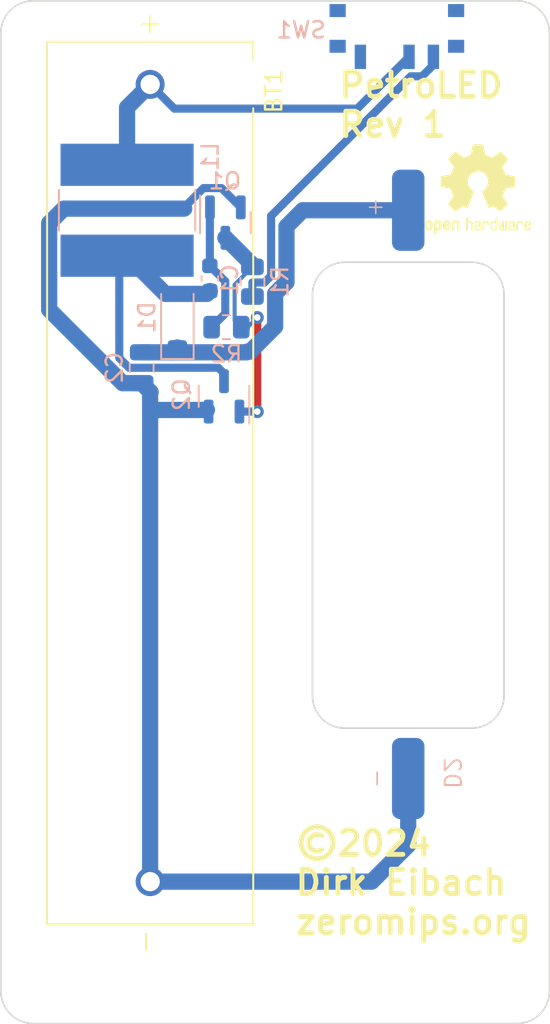
<source format=kicad_pcb>
(kicad_pcb (version 20221018) (generator pcbnew)
  (layers (0 "F.Cu" signal) (31 "B.Cu" signal) (34 "B.Paste" user) (35 "F.Paste" user) (36 "B.SilkS" user "B.Silkscreen") (37 "F.SilkS" user "F.Silkscreen") (38 "B.Mask" user) (39 "F.Mask" user) (44 "Edge.Cuts" user))
  (net 0 "")
  (net 1 "Net-(Q1-B)")
  (net 2 "Net-(D1-A)")
  (net 3 "Net-(D1-K)")
  (net 4 "GND")
  (net 5 "Net-(Q1-C)")
  (net 6 "Net-(SW1-B)")
  (net 7 "Net-(SW1-C)")
  (footprint "CloosCustom:BAT_1021" (layer "F.Cu") (at 130.4 96.8 -90)
    (fp_text reference "BT1" (at -24.13 -7.62 90) (layer "F.SilkS"))
    (fp_text value "AAA")
    (fp_line (start -28.25 -0.5) (end -28.25 0.5) (stroke (width 0.127)) (layer "F.SilkS"))
    (fp_line (start -27.75 0) (end -28.75 0) (stroke (width 0.127)) (layer "F.SilkS"))
    (fp_line (start -27.178 -6.35) (end -26.11 -6.35) (stroke (width 0.127)) (layer "F.SilkS"))
    (fp_line (start -27.178 6.35) (end -27.178 -6.35) (stroke (width 0.127)) (layer "F.SilkS"))
    (fp_line (start -23.08 -6.35) (end 27.178 -6.35) (stroke (width 0.127)) (layer "F.SilkS"))
    (fp_line (start 27.178 -6.35) (end 27.178 6.35) (stroke (width 0.127)) (layer "F.SilkS"))
    (fp_line (start 27.178 6.35) (end -27.178 6.35) (stroke (width 0.127)) (layer "F.SilkS"))
    (fp_line (start 27.75 0.25) (end 28.75 0.25) (stroke (width 0.127)) (layer "F.SilkS"))
    (pad "" np_thru_hole circle (at -24.55 -5.31 270) (size 1.98 1.98) (drill 1.98) (layers "*.Cu" "*.Mask"))
    (pad "N" thru_hole circle (at 24.55 0 270) (size 1.785 1.785) (drill 1.19) (layers "*.Cu" "*.Mask") (net 4 "GND"))
    (pad "P" thru_hole circle (at -24.55 0 270) (size 1.785 1.785) (drill 1.19) (layers "*.Cu" "*.Mask") (net 6 "Net-(SW1-B)"))
  )
  (footprint "Symbol:OSHW-Logo2_7.3x6mm_SilkScreen" (layer "F.Cu") (at 150.6 78.7)
    (fp_text reference "REF**" hide)
    (fp_text value "OSHW-Logo2_7.3x6mm_SilkScreen" hide)
    (fp_poly (pts (xy 2.6526 1.958752) (xy 2.669948 1.966334) (xy 2.711356 1.999128) (xy 2.746765 2.046547) (xy 2.768664 2.097151) (xy 2.772229 2.122098) (xy 2.760279 2.156927) (xy 2.734067 2.175357) (xy 2.705964 2.186516) (xy 2.693095 2.188572) (xy 2.686829 2.173649) (xy 2.674456 2.141175) (xy 2.669028 2.126502) (xy 2.63859 2.075744) (xy 2.59452 2.050427) (xy 2.53801 2.051206) (xy 2.533825 2.052203) (xy 2.503655 2.066507) (xy 2.481476 2.094393) (xy 2.466327 2.139287) (xy 2.45725 2.204615) (xy 2.453286 2.293804) (xy 2.452914 2.341261) (xy 2.45273 2.416071) (xy 2.451522 2.467069) (xy 2.448309 2.499471) (xy 2.442109 2.518495) (xy 2.43194 2.529356) (xy 2.416819 2.537272) (xy 2.415946 2.53767) (xy 2.386828 2.549981) (xy 2.372403 2.554514) (xy 2.370186 2.540809) (xy 2.368289 2.502925) (xy 2.366847 2.445715) (xy 2.365998 2.374027) (xy 2.365829 2.321565) (xy 2.366692 2.220047) (xy 2.37007 2.143032) (xy 2.377142 2.086023) (xy 2.389088 2.044526) (xy 2.40709 2.014043) (xy 2.432327 1.99008) (xy 2.457247 1.973355) (xy 2.517171 1.951097) (xy 2.586911 1.946076) (xy 2.6526 1.958752)) (stroke (width 0.01)) (fill solid) (layer "F.SilkS"))
    (fp_poly (pts (xy -1.283907 1.92778) (xy -1.237328 1.954723) (xy -1.204943 1.981466) (xy -1.181258 2.009484) (xy -1.164941 2.043748) (xy -1.154661 2.089227) (xy -1.149086 2.150892) (xy -1.146884 2.233711) (xy -1.146629 2.293246) (xy -1.146629 2.512391) (xy -1.208314 2.540044) (xy -1.27 2.567697) (xy -1.277257 2.32767) (xy -1.280256 2.238028) (xy -1.283402 2.172962) (xy -1.287299 2.128026) (xy -1.292553 2.09877) (xy -1.299769 2.080748) (xy -1.30955 2.069511) (xy -1.312688 2.067079) (xy -1.360239 2.048083) (xy -1.408303 2.0556) (xy -1.436914 2.075543) (xy -1.448553 2.089675) (xy -1.456609 2.10822) (xy -1.461729 2.136334) (xy -1.464559 2.179173) (xy -1.465744 2.241895) (xy -1.465943 2.307261) (xy -1.465982 2.389268) (xy -1.467386 2.447316) (xy -1.472086 2.486465) (xy -1.482013 2.51178) (xy -1.499097 2.528323) (xy -1.525268 2.541156) (xy -1.560225 2.554491) (xy -1.598404 2.569007) (xy -1.593859 2.311389) (xy -1.592029 2.218519) (xy -1.589888 2.149889) (xy -1.586819 2.100711) (xy -1.582206 2.066198) (xy -1.575432 2.041562) (xy -1.565881 2.022016) (xy -1.554366 2.00477) (xy -1.49881 1.94968) (xy -1.43102 1.917822) (xy -1.357287 1.910191) (xy -1.283907 1.92778)) (stroke (width 0.01)) (fill solid) (layer "F.SilkS"))
    (fp_poly (pts (xy 0.529926 1.949755) (xy 0.595858 1.974084) (xy 0.649273 2.017117) (xy 0.670164 2.047409) (xy 0.692939 2.102994) (xy 0.692466 2.143186) (xy 0.668562 2.170217) (xy 0.659717 2.174813) (xy 0.62153 2.189144) (xy 0.602028 2.185472) (xy 0.595422 2.161407) (xy 0.595086 2.148114) (xy 0.582992 2.09921) (xy 0.551471 2.064999) (xy 0.507659 2.048476) (xy 0.458695 2.052634) (xy 0.418894 2.074227) (xy 0.40545 2.086544) (xy 0.395921 2.101487) (xy 0.389485 2.124075) (xy 0.385317 2.159328) (xy 0.382597 2.212266) (xy 0.380502 2.287907) (xy 0.37996 2.311857) (xy 0.377981 2.39379) (xy 0.375731 2.451455) (xy 0.372357 2.489608) (xy 0.367006 2.513004) (xy 0.358824 2.526398) (xy 0.346959 2.534545) (xy 0.339362 2.538144) (xy 0.307102 2.550452) (xy 0.288111 2.554514) (xy 0.281836 2.540948) (xy 0.278006 2.499934) (xy 0.2766 2.430999) (xy 0.277598 2.333669) (xy 0.277908 2.318657) (xy 0.280101 2.229859) (xy 0.282693 2.165019) (xy 0.286382 2.119067) (xy 0.291864 2.086935) (xy 0.299835 2.063553) (xy 0.310993 2.043852) (xy 0.31683 2.03541) (xy 0.350296 1.998057) (xy 0.387727 1.969003) (xy 0.392309 1.966467) (xy 0.459426 1.946443) (xy 0.529926 1.949755)) (stroke (width 0.01)) (fill solid) (layer "F.SilkS"))
    (fp_poly (pts (xy -0.624114 1.851289) (xy -0.619861 1.910613) (xy -0.614975 1.945572) (xy -0.608205 1.96082) (xy -0.598298 1.961015) (xy -0.595086 1.959195) (xy -0.552356 1.946015) (xy -0.496773 1.946785) (xy -0.440263 1.960333) (xy -0.404918 1.977861) (xy -0.368679 2.005861) (xy -0.342187 2.037549) (xy -0.324001 2.077813) (xy -0.312678 2.131543) (xy -0.306778 2.203626) (xy -0.304857 2.298951) (xy -0.304823 2.317237) (xy -0.3048 2.522646) (xy -0.350509 2.53858) (xy -0.382973 2.54942) (xy -0.400785 2.554468) (xy -0.401309 2.554514) (xy -0.403063 2.540828) (xy -0.404556 2.503076) (xy -0.405674 2.446224) (xy -0.406303 2.375234) (xy -0.4064 2.332073) (xy -0.406602 2.246973) (xy -0.407642 2.185981) (xy -0.410169 2.144177) (xy -0.414836 2.116642) (xy -0.422293 2.098456) (xy -0.433189 2.084698) (xy -0.439993 2.078073) (xy -0.486728 2.051375) (xy -0.537728 2.049375) (xy -0.583999 2.071955) (xy -0.592556 2.080107) (xy -0.605107 2.095436) (xy -0.613812 2.113618) (xy -0.619369 2.139909) (xy -0.622474 2.179562) (xy -0.623824 2.237832) (xy -0.624114 2.318173) (xy -0.624114 2.522646) (xy -0.669823 2.53858) (xy -0.702287 2.54942) (xy -0.720099 2.554468) (xy -0.720623 2.554514) (xy -0.721963 2.540623) (xy -0.723172 2.501439) (xy -0.724199 2.4407) (xy -0.724998 2.362141) (xy -0.725519 2.269498) (xy -0.725714 2.166509) (xy -0.725714 1.769342) (xy -0.678543 1.749444) (xy -0.631371 1.729547) (xy -0.624114 1.851289)) (stroke (width 0.01)) (fill solid) (layer "F.SilkS"))
    (fp_poly (pts (xy 1.779833 1.958663) (xy 1.782048 1.99685) (xy 1.783784 2.054886) (xy 1.784899 2.12818) (xy 1.785257 2.205055) (xy 1.785257 2.465196) (xy 1.739326 2.511127) (xy 1.707675 2.539429) (xy 1.67989 2.550893) (xy 1.641915 2.550168) (xy 1.62684 2.548321) (xy 1.579726 2.542948) (xy 1.540756 2.539869) (xy 1.531257 2.539585) (xy 1.499233 2.541445) (xy 1.453432 2.546114) (xy 1.435674 2.548321) (xy 1.392057 2.551735) (xy 1.362745 2.54432) (xy 1.33368 2.521427) (xy 1.323188 2.511127) (xy 1.277257 2.465196) (xy 1.277257 1.978602) (xy 1.314226 1.961758) (xy 1.346059 1.949282) (xy 1.364683 1.944914) (xy 1.369458 1.958718) (xy 1.373921 1.997286) (xy 1.377775 2.056356) (xy 1.380722 2.131663) (xy 1.382143 2.195286) (xy 1.386114 2.445657) (xy 1.420759 2.450556) (xy 1.452268 2.447131) (xy 1.467708 2.436041) (xy 1.472023 2.415308) (xy 1.475708 2.371145) (xy 1.478469 2.309146) (xy 1.480012 2.234909) (xy 1.480235 2.196706) (xy 1.480457 1.976783) (xy 1.526166 1.960849) (xy 1.558518 1.950015) (xy 1.576115 1.944962) (xy 1.576623 1.944914) (xy 1.578388 1.958648) (xy 1.580329 1.99673) (xy 1.582282 2.054482) (xy 1.584084 2.127227) (xy 1.585343 2.195286) (xy 1.589314 2.445657) (xy 1.6764 2.445657) (xy 1.680396 2.21724) (xy 1.684392 1.988822) (xy 1.726847 1.966868) (xy 1.758192 1.951793) (xy 1.776744 1.944951) (xy 1.777279 1.944914) (xy 1.779833 1.958663)) (stroke (width 0.01)) (fill solid) (layer "F.SilkS"))
    (fp_poly (pts (xy -2.958885 1.921962) (xy -2.890855 1.957733) (xy -2.840649 2.015301) (xy -2.822815 2.052312) (xy -2.808937 2.107882) (xy -2.801833 2.178096) (xy -2.80116 2.254727) (xy -2.806573 2.329552) (xy -2.81773 2.394342) (xy -2.834286 2.440873) (xy -2.839374 2.448887) (xy -2.899645 2.508707) (xy -2.971231 2.544535) (xy -3.048908 2.55502) (xy -3.127452 2.53881) (xy -3.149311 2.529092) (xy -3.191878 2.499143) (xy -3.229237 2.459433) (xy -3.232768 2.454397) (xy -3.247119 2.430124) (xy -3.256606 2.404178) (xy -3.26221 2.370022) (xy -3.264914 2.321119) (xy -3.265701 2.250935) (xy -3.265714 2.2352) (xy -3.265678 2.230192) (xy -3.120571 2.230192) (xy -3.119727 2.29643) (xy -3.116404 2.340386) (xy -3.109417 2.368779) (xy -3.097584 2.388325) (xy -3.091543 2.394857) (xy -3.056814 2.41968) (xy -3.023097 2.418548) (xy -2.989005 2.397016) (xy -2.968671 2.374029) (xy -2.956629 2.340478) (xy -2.949866 2.287569) (xy -2.949402 2.281399) (xy -2.948248 2.185513) (xy -2.960312 2.114299) (xy -2.98543 2.068194) (xy -3.02344 2.047635) (xy -3.037008 2.046514) (xy -3.072636 2.052152) (xy -3.097006 2.071686) (xy -3.111907 2.109042) (xy -3.119125 2.16815) (xy -3.120571 2.230192) (xy -3.265678 2.230192) (xy -3.265174 2.160413) (xy -3.262904 2.108159) (xy -3.257932 2.071949) (xy -3.249287 2.045299) (xy -3.235995 2.021722) (xy -3.233057 2.017338) (xy -3.183687 1.958249) (xy -3.129891 1.923947) (xy -3.064398 1.910331) (xy -3.042158 1.909665) (xy -2.958885 1.921962)) (stroke (width 0.01)) (fill solid) (layer "F.SilkS"))
    (fp_poly (pts (xy 3.153595 1.966966) (xy 3.211021 2.004497) (xy 3.238719 2.038096) (xy 3.260662 2.099064) (xy 3.262405 2.147308) (xy 3.258457 2.211816) (xy 3.109686 2.276934) (xy 3.037349 2.310202) (xy 2.990084 2.336964) (xy 2.965507 2.360144) (xy 2.961237 2.382667) (xy 2.974889 2.407455) (xy 2.989943 2.423886) (xy 3.033746 2.450235) (xy 3.081389 2.452081) (xy 3.125145 2.431546) (xy 3.157289 2.390752) (xy 3.163038 2.376347) (xy 3.190576 2.331356) (xy 3.222258 2.312182) (xy 3.265714 2.295779) (xy 3.265714 2.357966) (xy 3.261872 2.400283) (xy 3.246823 2.435969) (xy 3.21528 2.476943) (xy 3.210592 2.482267) (xy 3.175506 2.51872) (xy 3.145347 2.538283) (xy 3.107615 2.547283) (xy 3.076335 2.55023) (xy 3.020385 2.550965) (xy 2.980555 2.54166) (xy 2.955708 2.527846) (xy 2.916656 2.497467) (xy 2.889625 2.464613) (xy 2.872517 2.423294) (xy 2.863238 2.367521) (xy 2.859693 2.291305) (xy 2.85941 2.252622) (xy 2.860372 2.206247) (xy 2.948007 2.206247) (xy 2.949023 2.231126) (xy 2.951556 2.2352) (xy 2.968274 2.229665) (xy 3.004249 2.215017) (xy 3.052331 2.19419) (xy 3.062386 2.189714) (xy 3.123152 2.158814) (xy 3.156632 2.131657) (xy 3.16399 2.10622) (xy 3.146391 2.080481) (xy 3.131856 2.069109) (xy 3.07941 2.046364) (xy 3.030322 2.050122) (xy 2.989227 2.077884) (xy 2.960758 2.127152) (xy 2.951631 2.166257) (xy 2.948007 2.206247) (xy 2.860372 2.206247) (xy 2.861285 2.162249) (xy 2.868196 2.095384) (xy 2.881884 2.046695) (xy 2.904096 2.010849) (xy 2.936574 1.982513) (xy 2.950733 1.973355) (xy 3.015053 1.949507) (xy 3.085473 1.948006) (xy 3.153595 1.966966)) (stroke (width 0.01)) (fill solid) (layer "F.SilkS"))
    (fp_poly (pts (xy 1.190117 2.065358) (xy 1.189933 2.173837) (xy 1.189219 2.257287) (xy 1.187675 2.319704) (xy 1.185001 2.365085) (xy 1.180894 2.397429) (xy 1.175055 2.420733) (xy 1.167182 2.438995) (xy 1.161221 2.449418) (xy 1.111855 2.505945) (xy 1.049264 2.541377) (xy 0.980013 2.55409) (xy 0.910668 2.542463) (xy 0.869375 2.521568) (xy 0.826025 2.485422) (xy 0.796481 2.441276) (xy 0.778655 2.383462) (xy 0.770463 2.306313) (xy 0.769302 2.249714) (xy 0.769458 2.245647) (xy 0.870857 2.245647) (xy 0.871476 2.31055) (xy 0.874314 2.353514) (xy 0.88084 2.381622) (xy 0.892523 2.401953) (xy 0.906483 2.417288) (xy 0.953365 2.44689) (xy 1.003701 2.449419) (xy 1.051276 2.424705) (xy 1.054979 2.421356) (xy 1.070783 2.403935) (xy 1.080693 2.383209) (xy 1.086058 2.352362) (xy 1.088228 2.304577) (xy 1.088571 2.251748) (xy 1.087827 2.185381) (xy 1.084748 2.141106) (xy 1.078061 2.112009) (xy 1.066496 2.091173) (xy 1.057013 2.080107) (xy 1.01296 2.052198) (xy 0.962224 2.048843) (xy 0.913796 2.070159) (xy 0.90445 2.078073) (xy 0.88854 2.095647) (xy 0.87861 2.116587) (xy 0.873278 2.147782) (xy 0.871163 2.196122) (xy 0.870857 2.245647) (xy 0.769458 2.245647) (xy 0.77281 2.158568) (xy 0.784726 2.090086) (xy 0.807135 2.0386) (xy 0.842124 1.998443) (xy 0.869375 1.977861) (xy 0.918907 1.955625) (xy 0.976316 1.945304) (xy 1.029682 1.948067) (xy 1.059543 1.959212) (xy 1.071261 1.962383) (xy 1.079037 1.950557) (xy 1.084465 1.918866) (xy 1.088571 1.870593) (xy 1.093067 1.816829) (xy 1.099313 1.784482) (xy 1.110676 1.765985) (xy 1.130528 1.75377) (xy 1.143 1.748362) (xy 1.190171 1.728601) (xy 1.190117 2.065358)) (stroke (width 0.01)) (fill solid) (layer "F.SilkS"))
    (fp_poly (pts (xy -1.831697 1.931239) (xy -1.774473 1.969735) (xy -1.730251 2.025335) (xy -1.703833 2.096086) (xy -1.69849 2.148162) (xy -1.699097 2.169893) (xy -1.704178 2.186531) (xy -1.718145 2.201437) (xy -1.745411 2.217973) (xy -1.790388 2.239498) (xy -1.857489 2.269374) (xy -1.857829 2.269524) (xy -1.919593 2.297813) (xy -1.970241 2.322933) (xy -2.004596 2.342179) (xy -2.017482 2.352848) (xy -2.017486 2.352934) (xy -2.006128 2.376166) (xy -1.979569 2.401774) (xy -1.949077 2.420221) (xy -1.93363 2.423886) (xy -1.891485 2.411212) (xy -1.855192 2.379471) (xy -1.837483 2.344572) (xy -1.820448 2.318845) (xy -1.787078 2.289546) (xy -1.747851 2.264235) (xy -1.713244 2.250471) (xy -1.706007 2.249714) (xy -1.697861 2.26216) (xy -1.69737 2.293972) (xy -1.703357 2.336866) (xy -1.714643 2.382558) (xy -1.73005 2.422761) (xy -1.730829 2.424322) (xy -1.777196 2.489062) (xy -1.837289 2.533097) (xy -1.905535 2.554711) (xy -1.976362 2.552185) (xy -2.044196 2.523804) (xy -2.047212 2.521808) (xy -2.100573 2.473448) (xy -2.13566 2.410352) (xy -2.155078 2.327387) (xy -2.157684 2.304078) (xy -2.162299 2.194055) (xy -2.156767 2.142748) (xy -2.017486 2.142748) (xy -2.015676 2.174753) (xy -2.005778 2.184093) (xy -1.981102 2.177105) (xy -1.942205 2.160587) (xy -1.898725 2.139881) (xy -1.897644 2.139333) (xy -1.860791 2.119949) (xy -1.846 2.107013) (xy -1.849647 2.093451) (xy -1.865005 2.075632) (xy -1.904077 2.049845) (xy -1.946154 2.04795) (xy -1.983897 2.066717) (xy -2.009966 2.102915) (xy -2.017486 2.142748) (xy -2.156767 2.142748) (xy -2.152806 2.106027) (xy -2.12845 2.036212) (xy -2.094544 1.987302) (xy -2.033347 1.937878) (xy -1.965937 1.913359) (xy -1.89712 1.911797) (xy -1.831697 1.931239)) (stroke (width 0.01)) (fill solid) (layer "F.SilkS"))
    (fp_poly (pts (xy 0.039744 1.950968) (xy 0.096616 1.972087) (xy 0.097267 1.972493) (xy 0.13244 1.99838) (xy 0.158407 2.028633) (xy 0.17667 2.068058) (xy 0.188732 2.121462) (xy 0.196096 2.193651) (xy 0.200264 2.289432) (xy 0.200629 2.303078) (xy 0.205876 2.508842) (xy 0.161716 2.531678) (xy 0.129763 2.54711) (xy 0.11047 2.554423) (xy 0.109578 2.554514) (xy 0.106239 2.541022) (xy 0.103587 2.504626) (xy 0.101956 2.451452) (xy 0.1016 2.408393) (xy 0.101592 2.338641) (xy 0.098403 2.294837) (xy 0.087288 2.273944) (xy 0.063501 2.272925) (xy 0.022296 2.288741) (xy -0.039914 2.317815) (xy -0.085659 2.341963) (xy -0.109187 2.362913) (xy -0.116104 2.385747) (xy -0.116114 2.386877) (xy -0.104701 2.426212) (xy -0.070908 2.447462) (xy -0.019191 2.450539) (xy 0.018061 2.450006) (xy 0.037703 2.460735) (xy 0.049952 2.486505) (xy 0.057002 2.519337) (xy 0.046842 2.537966) (xy 0.043017 2.540632) (xy 0.007001 2.55134) (xy -0.043434 2.552856) (xy -0.095374 2.545759) (xy -0.132178 2.532788) (xy -0.183062 2.489585) (xy -0.211986 2.429446) (xy -0.217714 2.382462) (xy -0.213343 2.340082) (xy -0.197525 2.305488) (xy -0.166203 2.274763) (xy -0.115322 2.24399) (xy -0.040824 2.209252) (xy -0.036286 2.207288) (xy 0.030821 2.176287) (xy 0.072232 2.150862) (xy 0.089981 2.128014) (xy 0.086107 2.104745) (xy 0.062643 2.078056) (xy 0.055627 2.071914) (xy 0.00863 2.0481) (xy -0.040067 2.049103) (xy -0.082478 2.072451) (xy -0.110616 2.115675) (xy -0.113231 2.12416) (xy -0.138692 2.165308) (xy -0.170999 2.185128) (xy -0.217714 2.20477) (xy -0.217714 2.15395) (xy -0.203504 2.080082) (xy -0.161325 2.012327) (xy -0.139376 1.989661) (xy -0.089483 1.960569) (xy -0.026033 1.9474) (xy 0.039744 1.950968)) (stroke (width 0.01)) (fill solid) (layer "F.SilkS"))
    (fp_poly (pts (xy -2.400256 1.919918) (xy -2.344799 1.947568) (xy -2.295852 1.99848) (xy -2.282371 2.017338) (xy -2.267686 2.042015) (xy -2.258158 2.068816) (xy -2.252707 2.104587) (xy -2.250253 2.156169) (xy -2.249714 2.224267) (xy -2.252148 2.317588) (xy -2.260606 2.387657) (xy -2.276826 2.439931) (xy -2.302546 2.479869) (xy -2.339503 2.512929) (xy -2.342218 2.514886) (xy -2.37864 2.534908) (xy -2.422498 2.544815) (xy -2.478276 2.547257) (xy -2.568952 2.547257) (xy -2.56899 2.635283) (xy -2.569834 2.684308) (xy -2.574976 2.713065) (xy -2.588413 2.730311) (xy -2.614142 2.744808) (xy -2.620321 2.747769) (xy -2.649236 2.761648) (xy -2.671624 2.770414) (xy -2.688271 2.771171) (xy -2.699964 2.761023) (xy -2.70749 2.737073) (xy -2.711634 2.696426) (xy -2.713185 2.636186) (xy -2.712929 2.553455) (xy -2.711651 2.445339) (xy -2.711252 2.413) (xy -2.709815 2.301524) (xy -2.708528 2.228603) (xy -2.569029 2.228603) (xy -2.568245 2.290499) (xy -2.56476 2.330997) (xy -2.556876 2.357708) (xy -2.542895 2.378244) (xy -2.533403 2.38826) (xy -2.494596 2.417567) (xy -2.460237 2.419952) (xy -2.424784 2.39575) (xy -2.423886 2.394857) (xy -2.409461 2.376153) (xy -2.400687 2.350732) (xy -2.396261 2.311584) (xy -2.394882 2.251697) (xy -2.394857 2.23843) (xy -2.398188 2.155901) (xy -2.409031 2.098691) (xy -2.42866 2.063766) (xy -2.45835 2.048094) (xy -2.475509 2.046514) (xy -2.516234 2.053926) (xy -2.544168 2.07833) (xy -2.560983 2.12298) (xy -2.56835 2.19113) (xy -2.569029 2.228603) (xy -2.708528 2.228603) (xy -2.708292 2.215245) (xy -2.706323 2.150333) (xy -2.70355 2.102958) (xy -2.699612 2.06929) (xy -2.694151 2.045498) (xy -2.686808 2.027753) (xy -2.677223 2.012224) (xy -2.673113 2.006381) (xy -2.618595 1.951185) (xy -2.549664 1.91989) (xy -2.469928 1.911165) (xy -2.400256 1.919918)) (stroke (width 0.01)) (fill solid) (layer "F.SilkS"))
    (fp_poly (pts (xy 2.144876 1.956335) (xy 2.186667 1.975344) (xy 2.219469 1.998378) (xy 2.243503 2.024133) (xy 2.260097 2.057358) (xy 2.270577 2.1028) (xy 2.276271 2.165207) (xy 2.278507 2.249327) (xy 2.278743 2.304721) (xy 2.278743 2.520826) (xy 2.241774 2.53767) (xy 2.212656 2.549981) (xy 2.198231 2.554514) (xy 2.195472 2.541025) (xy 2.193282 2.504653) (xy 2.191942 2.451542) (xy 2.191657 2.409372) (xy 2.190434 2.348447) (xy 2.187136 2.300115) (xy 2.182321 2.270518) (xy 2.178496 2.264229) (xy 2.152783 2.270652) (xy 2.112418 2.287125) (xy 2.065679 2.309458) (xy 2.020845 2.333457) (xy 1.986193 2.35493) (xy 1.970002 2.369685) (xy 1.969938 2.369845) (xy 1.97133 2.397152) (xy 1.983818 2.423219) (xy 2.005743 2.444392) (xy 2.037743 2.451474) (xy 2.065092 2.450649) (xy 2.103826 2.450042) (xy 2.124158 2.459116) (xy 2.136369 2.483092) (xy 2.137909 2.487613) (xy 2.143203 2.521806) (xy 2.129047 2.542568) (xy 2.092148 2.552462) (xy 2.052289 2.554292) (xy 1.980562 2.540727) (xy 1.943432 2.521355) (xy 1.897576 2.475845) (xy 1.873256 2.419983) (xy 1.871073 2.360957) (xy 1.891629 2.305953) (xy 1.922549 2.271486) (xy 1.95342 2.252189) (xy 2.001942 2.227759) (xy 2.058485 2.202985) (xy 2.06791 2.199199) (xy 2.130019 2.171791) (xy 2.165822 2.147634) (xy 2.177337 2.123619) (xy 2.16658 2.096635) (xy 2.148114 2.075543) (xy 2.104469 2.049572) (xy 2.056446 2.047624) (xy 2.012406 2.067637) (xy 1.980709 2.107551) (xy 1.976549 2.117848) (xy 1.952327 2.155724) (xy 1.916965 2.183842) (xy 1.872343 2.206917) (xy 1.872343 2.141485) (xy 1.874969 2.101506) (xy 1.88623 2.069997) (xy 1.911199 2.036378) (xy 1.935169 2.010484) (xy 1.972441 1.973817) (xy 2.001401 1.954121) (xy 2.032505 1.94622) (xy 2.067713 1.944914) (xy 2.144876 1.956335)) (stroke (width 0.01)) (fill solid) (layer "F.SilkS"))
    (fp_poly (pts (xy 0.10391 -2.757652) (xy 0.182454 -2.757222) (xy 0.239298 -2.756058) (xy 0.278105 -2.753793) (xy 0.302538 -2.75006) (xy 0.316262 -2.744494) (xy 0.32294 -2.736727) (xy 0.326236 -2.726395) (xy 0.326556 -2.725057) (xy 0.331562 -2.700921) (xy 0.340829 -2.653299) (xy 0.353392 -2.587259) (xy 0.368287 -2.507872) (xy 0.384551 -2.420204) (xy 0.385119 -2.417125) (xy 0.40141 -2.331211) (xy 0.416652 -2.255304) (xy 0.429861 -2.193955) (xy 0.440054 -2.151718) (xy 0.446248 -2.133145) (xy 0.446543 -2.132816) (xy 0.464788 -2.123747) (xy 0.502405 -2.108633) (xy 0.551271 -2.090738) (xy 0.551543 -2.090642) (xy 0.613093 -2.067507) (xy 0.685657 -2.038035) (xy 0.754057 -2.008403) (xy 0.757294 -2.006938) (xy 0.868702 -1.956374) (xy 1.115399 -2.12484) (xy 1.191077 -2.176197) (xy 1.259631 -2.222111) (xy 1.317088 -2.25997) (xy 1.359476 -2.287163) (xy 1.382825 -2.301079) (xy 1.385042 -2.302111) (xy 1.40201 -2.297516) (xy 1.433701 -2.275345) (xy 1.481352 -2.234553) (xy 1.546198 -2.174095) (xy 1.612397 -2.109773) (xy 1.676214 -2.046388) (xy 1.733329 -1.988549) (xy 1.780305 -1.939825) (xy 1.813703 -1.90379) (xy 1.830085 -1.884016) (xy 1.830694 -1.882998) (xy 1.832505 -1.869428) (xy 1.825683 -1.847267) (xy 1.80854 -1.813522) (xy 1.779393 -1.7652) (xy 1.736555 -1.699308) (xy 1.679448 -1.614483) (xy 1.628766 -1.539823) (xy 1.583461 -1.47286) (xy 1.54615 -1.417484) (xy 1.519452 -1.37758) (xy 1.505985 -1.357038) (xy 1.505137 -1.355644) (xy 1.506781 -1.335962) (xy 1.519245 -1.297707) (xy 1.540048 -1.248111) (xy 1.547462 -1.232272) (xy 1.579814 -1.16171) (xy 1.614328 -1.081647) (xy 1.642365 -1.012371) (xy 1.662568 -0.960955) (xy 1.678615 -0.921881) (xy 1.687888 -0.901459) (xy 1.689041 -0.899886) (xy 1.706096 -0.897279) (xy 1.746298 -0.890137) (xy 1.804302 -0.879477) (xy 1.874763 -0.866315) (xy 1.952335 -0.851667) (xy 2.031672 -0.836551) (xy 2.107431 -0.821982) (xy 2.174264 -0.808978) (xy 2.226828 -0.798555) (xy 2.259776 -0.79173) (xy 2.267857 -0.789801) (xy 2.276205 -0.785038) (xy 2.282506 -0.774282) (xy 2.287045 -0.753902) (xy 2.290104 -0.720266) (xy 2.291967 -0.669745) (xy 2.292918 -0.598708) (xy 2.29324 -0.503524) (xy 2.293257 -0.464508) (xy 2.293257 -0.147201) (xy 2.217057 -0.132161) (xy 2.174663 -0.124005) (xy 2.1114 -0.112101) (xy 2.034962 -0.097884) (xy 1.953043 -0.08279) (xy 1.9304 -0.078645) (xy 1.854806 -0.063947) (xy 1.788953 -0.049495) (xy 1.738366 -0.036625) (xy 1.708574 -0.026678) (xy 1.703612 -0.023713) (xy 1.691426 -0.002717) (xy 1.673953 0.037967) (xy 1.654577 0.090322) (xy 1.650734 0.1016) (xy 1.625339 0.171523) (xy 1.593817 0.250418) (xy 1.562969 0.321266) (xy 1.562817 0.321595) (xy 1.511447 0.432733) (xy 1.680399 0.681253) (xy 1.849352 0.929772) (xy 1.632429 1.147058) (xy 1.566819 1.211726) (xy 1.506979 1.268733) (xy 1.456267 1.315033) (xy 1.418046 1.347584) (xy 1.395675 1.363343) (xy 1.392466 1.364343) (xy 1.373626 1.356469) (xy 1.33518 1.334578) (xy 1.28133 1.301267) (xy 1.216276 1.259131) (xy 1.14594 1.211943) (xy 1.074555 1.16381) (xy 1.010908 1.121928) (xy 0.959041 1.088871) (xy 0.922995 1.067218) (xy 0.906867 1.059543) (xy 0.887189 1.066037) (xy 0.849875 1.08315) (xy 0.802621 1.107326) (xy 0.797612 1.110013) (xy 0.733977 1.141927) (xy 0.690341 1.157579) (xy 0.663202 1.157745) (xy 0.649057 1.143204) (xy 0.648975 1.143) (xy 0.641905 1.125779) (xy 0.625042 1.084899) (xy 0.599695 1.023525) (xy 0.567171 0.944819) (xy 0.528778 0.851947) (xy 0.485822 0.748072) (xy 0.444222 0.647502) (xy 0.398504 0.536516) (xy 0.356526 0.433703) (xy 0.319548 0.342215) (xy 0.288827 0.265201) (xy 0.265622 0.205815) (xy 0.25119 0.167209) (xy 0.246743 0.1528) (xy 0.257896 0.136272) (xy 0.287069 0.10993) (xy 0.325971 0.080887) (xy 0.436757 -0.010961) (xy 0.523351 -0.116241) (xy 0.584716 -0.232734) (xy 0.619815 -0.358224) (xy 0.627608 -0.490493) (xy 0.621943 -0.551543) (xy 0.591078 -0.678205) (xy 0.53792 -0.790059) (xy 0.465767 -0.885999) (xy 0.377917 -0.964924) (xy 0.277665 -1.02573) (xy 0.16831 -1.067313) (xy 0.053147 -1.088572) (xy -0.064525 -1.088401) (xy -0.18141 -1.065699) (xy -0.294211 -1.019362) (xy -0.399631 -0.948287) (xy -0.443632 -0.908089) (xy -0.528021 -0.804871) (xy -0.586778 -0.692075) (xy -0.620296 -0.57299) (xy -0.628965 -0.450905) (xy -0.613177 -0.329107) (xy -0.573322 -0.210884) (xy -0.509793 -0.099525) (xy -0.422979 0.001684) (xy -0.325971 0.080887) (xy -0.285563 0.111162) (xy -0.257018 0.137219) (xy -0.246743 0.152825) (xy -0.252123 0.169843) (xy -0.267425 0.2105) (xy -0.291388 0.271642) (xy -0.322756 0.350119) (xy -0.360268 0.44278) (xy -0.402667 0.546472) (xy -0.444337 0.647526) (xy -0.49031 0.758607) (xy -0.532893 0.861541) (xy -0.570779 0.953165) (xy -0.60266 1.030316) (xy -0.627229 1.089831) (xy -0.64318 1.128544) (xy -0.64909 1.143) (xy -0.663052 1.157685) (xy -0.69006 1.157642) (xy -0.733587 1.142099) (xy -0.79711 1.110284) (xy -0.797612 1.110013) (xy -0.84544 1.085323) (xy -0.884103 1.067338) (xy -0.905905 1.059614) (xy -0.906867 1.059543) (xy -0.923279 1.067378) (xy -0.959513 1.089165) (xy -1.011526 1.122328) (xy -1.075275 1.164291) (xy -1.14594 1.211943) (xy -1.217884 1.260191) (xy -1.282726 1.302151) (xy -1.336265 1.335227) (xy -1.374303 1.356821) (xy -1.392467 1.364343) (xy -1.409192 1.354457) (xy -1.44282 1.326826) (xy -1.48999 1.284495) (xy -1.547342 1.230505) (xy -1.611516 1.167899) (xy -1.632503 1.146983) (xy -1.849501 0.929623) (xy -1.684332 0.68722) (xy -1.634136 0.612781) (xy -1.590081 0.545972) (xy -1.554638 0.490665) (xy -1.530281 0.450729) (xy -1.519478 0.430036) (xy -1.519162 0.428563) (xy -1.524857 0.409058) (xy -1.540174 0.369822) (xy -1.562463 0.31743) (xy -1.578107 0.282355) (xy -1.607359 0.215201) (xy -1.634906 0.147358) (xy -1.656263 0.090034) (xy -1.662065 0.072572) (xy -1.678548 0.025938) (xy -1.69466 -0.010095) (xy -1.70351 -0.023713) (xy -1.72304 -0.032048) (xy -1.765666 -0.043863) (xy -1.825855 -0.057819) (xy -1.898078 -0.072578) (xy -1.9304 -0.078645) (xy -2.012478 -0.093727) (xy -2.091205 -0.108331) (xy -2.158891 -0.12102) (xy -2.20784 -0.130358) (xy -2.217057 -0.132161) (xy -2.293257 -0.147201) (xy -2.293257 -0.464508) (xy -2.293086 -0.568846) (xy -2.292384 -0.647787) (xy -2.290866 -0.704962) (xy -2.288251 -0.744001) (xy -2.284254 -0.768535) (xy -2.278591 -0.782195) (xy -2.27098 -0.788611) (xy -2.267857 -0.789801) (xy -2.249022 -0.79402) (xy -2.207412 -0.802438) (xy -2.14837 -0.814039) (xy -2.077243 -0.827805) (xy -1.999375 -0.84272) (xy -1.920113 -0.857768) (xy -1.844802 -0.871931) (xy -1.778787 -0.884194) (xy -1.727413 -0.893539) (xy -1.696025 -0.89895) (xy -1.689041 -0.899886) (xy -1.682715 -0.912404) (xy -1.66871 -0.945754) (xy -1.649645 -0.993623) (xy -1.642366 -1.012371) (xy -1.613004 -1.084805) (xy -1.578429 -1.16483) (xy -1.547463 -1.232272) (xy -1.524677 -1.283841) (xy -1.509518 -1.326215) (xy -1.504458 -1.352166) (xy -1.505264 -1.355644) (xy -1.515959 -1.372064) (xy -1.54038 -1.408583) (xy -1.575905 -1.461313) (xy -1.619913 -1.526365) (xy -1.669783 -1.599849) (xy -1.679644 -1.614355) (xy -1.737508 -1.700296) (xy -1.780044 -1.765739) (xy -1.808946 -1.813696) (xy -1.82591 -1.84718) (xy -1.832633 -1.869205) (xy -1.83081 -1.882783) (xy -1.830764 -1.882869) (xy -1.816414 -1.900703) (xy -1.784677 -1.935183) (xy -1.73899 -1.982732) (xy -1.682796 -2.039778) (xy -1.619532 -2.102745) (xy -1.612398 -2.109773) (xy -1.53267 -2.18698) (xy -1.471143 -2.24367) (xy -1.426579 -2.28089) (xy -1.397743 -2.299685) (xy -1.385042 -2.302111) (xy -1.366506 -2.291529) (xy -1.328039 -2.267084) (xy -1.273614 -2.231388) (xy -1.207202 -2.187053) (xy -1.132775 -2.136689) (xy -1.115399 -2.12484) (xy -0.868703 -1.956374) (xy -0.757294 -2.006938) (xy -0.689543 -2.036405) (xy -0.616817 -2.066041) (xy -0.554297 -2.08967) (xy -0.551543 -2.090642) (xy -0.50264 -2.108543) (xy -0.464943 -2.12368) (xy -0.446575 -2.13279) (xy -0.446544 -2.132816) (xy -0.440715 -2.149283) (xy -0.430808 -2.189781) (xy -0.417805 -2.249758) (xy -0.402691 -2.32466) (xy -0.386448 -2.409936) (xy -0.385119 -2.417125) (xy -0.368825 -2.504986) (xy -0.353867 -2.58474) (xy -0.341209 -2.651319) (xy -0.331814 -2.699653) (xy -0.326646 -2.724675) (xy -0.326556 -2.725057) (xy -0.323411 -2.735701) (xy -0.317296 -2.743738) (xy -0.304547 -2.749533) (xy -0.2815 -2.753453) (xy -0.244491 -2.755865) (xy -0.189856 -2.757135) (xy -0.113933 -2.757629) (xy -0.013056 -2.757714) (xy 0 -2.757714) (xy 0.10391 -2.757652)) (stroke (width 0.01)) (fill solid) (layer "F.SilkS"))
  )
  (footprint "Resistor_SMD:R_0805_2012Metric" (layer "B.Cu") (at 136.7 84.4 -90)
    (fp_text reference "R1" (at 0 -1.7 90) (layer "B.SilkS") (effects (justify mirror)))
    (fp_text value "1k")
    (fp_line (start -0.227064 -0.735) (end 0.227064 -0.735) (stroke (width 0.12)) (layer "B.SilkS"))
    (fp_line (start -0.227064 0.735) (end 0.227064 0.735) (stroke (width 0.12)) (layer "B.SilkS"))
    (pad "1" smd roundrect (at -0.9125 0 270) (size 1.025 1.4) (layers "B.Cu" "B.Paste" "B.Mask") (roundrect_rratio 0.243902439) (net 5 "Net-(Q1-C)"))
    (pad "2" smd roundrect (at 0.9125 0 270) (size 1.025 1.4) (layers "B.Cu" "B.Paste" "B.Mask") (roundrect_rratio 0.243902439) (net 7 "Net-(SW1-C)"))
  )
  (footprint "Diode_SMD:D_SOD-123" (layer "B.Cu") (at 132.078596 86.8 90)
    (fp_text reference "D1" (at 0.2 -1.878596 90) (layer "B.SilkS") (effects (justify mirror)))
    (fp_text value "1N4148")
    (fp_line (start -2.36 -1) (end 1.65 -1) (stroke (width 0.12)) (layer "B.SilkS"))
    (fp_line (start -2.36 1) (end -2.36 -1) (stroke (width 0.12)) (layer "B.SilkS"))
    (fp_line (start -2.36 1) (end 1.65 1) (stroke (width 0.12)) (layer "B.SilkS"))
    (pad "1" smd roundrect (at -1.65 0 90) (size 0.9 1.2) (layers "B.Cu" "B.Paste" "B.Mask") (net 3 "Net-(D1-K)"))
    (pad "2" smd roundrect (at 1.65 0 90) (size 0.9 1.2) (layers "B.Cu" "B.Paste" "B.Mask") (net 2 "Net-(D1-A)"))
  )
  (footprint "Package_TO_SOT_SMD:SOT-23" (layer "B.Cu") (at 135.033596 80.76 -90)
    (fp_text reference "Q1" (at -2.56 0.033596 -180) (layer "B.SilkS") (effects (justify mirror)))
    (fp_text value "MMBTA06")
    (fp_line (start 0 -1.56) (end -0.65 -1.56) (stroke (width 0.12)) (layer "B.SilkS"))
    (fp_line (start 0 -1.56) (end 0.65 -1.56) (stroke (width 0.12)) (layer "B.SilkS"))
    (fp_line (start 0 1.56) (end -1.675 1.56) (stroke (width 0.12)) (layer "B.SilkS"))
    (fp_line (start 0 1.56) (end 0.65 1.56) (stroke (width 0.12)) (layer "B.SilkS"))
    (pad "1" smd roundrect (at -0.9375 0.95 270) (size 1.475 0.6) (layers "B.Cu" "B.Paste" "B.Mask") (net 1 "Net-(Q1-B)"))
    (pad "2" smd roundrect (at -0.9375 -0.95 270) (size 1.475 0.6) (layers "B.Cu" "B.Paste" "B.Mask") (net 4 "GND"))
    (pad "3" smd roundrect (at 0.9375 0 270) (size 1.475 0.6) (layers "B.Cu" "B.Paste" "B.Mask") (net 5 "Net-(Q1-C)"))
  )
  (footprint "Inductor_SMD:L_Bourns-SRN8040_8x8.15mm" (layer "B.Cu") (at 128.978596 80 90)
    (fp_text reference "L1" (at 3.3 5.121404 90) (layer "B.SilkS") (effects (justify mirror)))
    (fp_text value "100uH")
    (fp_line (start -1.25 -4.2) (end 1.25 -4.2) (stroke (width 0.12)) (layer "B.SilkS"))
    (fp_line (start 1.25 4.2) (end -1.25 4.2) (stroke (width 0.12)) (layer "B.SilkS"))
    (pad "1" smd rect (at -2.8 0 90) (size 2.6 8.2) (layers "B.Cu" "B.Paste" "B.Mask") (net 2 "Net-(D1-A)"))
    (pad "2" smd rect (at 2.8 0 90) (size 2.6 8.2) (layers "B.Cu" "B.Paste" "B.Mask") (net 6 "Net-(SW1-B)"))
  )
  (footprint "Resistor_SMD:R_0805_2012Metric" (layer "B.Cu") (at 135.1 87.2)
    (fp_text reference "R2" (at 0 1.65) (layer "B.SilkS") (effects (justify mirror)))
    (fp_text value "100k")
    (fp_line (start -0.227064 -0.735) (end 0.227064 -0.735) (stroke (width 0.12)) (layer "B.SilkS"))
    (fp_line (start -0.227064 0.735) (end 0.227064 0.735) (stroke (width 0.12)) (layer "B.SilkS"))
    (pad "1" smd roundrect (at -0.9125 0) (size 1.025 1.4) (layers "B.Cu" "B.Paste" "B.Mask") (roundrect_rratio 0.243902439) (net 1 "Net-(Q1-B)"))
    (pad "2" smd roundrect (at 0.9125 0) (size 1.025 1.4) (layers "B.Cu" "B.Paste" "B.Mask") (roundrect_rratio 0.243902439) (net 5 "Net-(Q1-C)"))
  )
  (footprint "CloosCustom:Filament" (layer "B.Cu") (at 146.3 117.5 90)
    (fp_text reference "D2" (at 2.84 2.7 270 unlocked) (layer "B.SilkS") (effects (font (thickness 0.12)) (justify mirror)))
    (fp_text value "LED_Series")
    (fp_text user "-" (at 1.82 -2.42 270 unlocked) (layer "B.SilkS") (effects (font (thickness 0.1)) (justify left bottom mirror)))
    (fp_text user "+" (at 37 -2.51 270 unlocked) (layer "B.SilkS") (effects (font (thickness 0.1)) (justify left bottom mirror)))
    (pad "1" smd roundrect (at 2.5 0 90) (size 5 2) (layers "B.Cu" "B.Paste" "B.Mask") (net 4 "GND"))
    (pad "2" smd roundrect (at 37.5 0 90) (size 5 2) (layers "B.Cu" "B.Paste" "B.Mask") (net 3 "Net-(D1-K)"))
  )
  (footprint "Package_TO_SOT_SMD:SOT-23" (layer "B.Cu") (at 134.95 91.4625 90)
    (fp_text reference "Q2" (at 0.1 -2.621404 90) (layer "B.SilkS") (effects (justify mirror)))
    (fp_text value "MMBTA06")
    (fp_line (start 0 -1.56) (end -0.65 -1.56) (stroke (width 0.12)) (layer "B.SilkS"))
    (fp_line (start 0 -1.56) (end 0.65 -1.56) (stroke (width 0.12)) (layer "B.SilkS"))
    (fp_line (start 0 1.56) (end -1.675 1.56) (stroke (width 0.12)) (layer "B.SilkS"))
    (fp_line (start 0 1.56) (end 0.65 1.56) (stroke (width 0.12)) (layer "B.SilkS"))
    (pad "1" smd roundrect (at -0.9375 0.95 90) (size 1.475 0.6) (layers "B.Cu" "B.Paste" "B.Mask") (net 5 "Net-(Q1-C)"))
    (pad "2" smd roundrect (at -0.9375 -0.95 90) (size 1.475 0.6) (layers "B.Cu" "B.Paste" "B.Mask") (net 4 "GND"))
    (pad "3" smd roundrect (at 0.9375 0 90) (size 1.475 0.6) (layers "B.Cu" "B.Paste" "B.Mask") (net 2 "Net-(D1-A)"))
  )
  (footprint "Capacitor_SMD:C_0805_2012Metric" (layer "B.Cu") (at 129.878596 89.7 -90)
    (fp_text reference "C2" (at 0 1.68 90) (layer "B.SilkS") (effects (justify mirror)))
    (fp_text value "0.1uF")
    (fp_line (start -0.261252 -0.735) (end 0.261252 -0.735) (stroke (width 0.12)) (layer "B.SilkS"))
    (fp_line (start -0.261252 0.735) (end 0.261252 0.735) (stroke (width 0.12)) (layer "B.SilkS"))
    (pad "1" smd roundrect (at -0.95 0 270) (size 1 1.45) (layers "B.Cu" "B.Paste" "B.Mask") (net 3 "Net-(D1-K)"))
    (pad "2" smd roundrect (at 0.95 0 270) (size 1 1.45) (layers "B.Cu" "B.Paste" "B.Mask") (net 4 "GND"))
  )
  (footprint "CloosCustom:SSSS811101" (layer "B.Cu") (at 145.6 68.8)
    (fp_text reference "SW1" (at -5.9 0.1) (layer "B.SilkS") (effects (justify mirror)))
    (fp_text value "SW_SPST")
    (pad "" smd rect (at -3.65 -1.1) (size 1 0.8) (layers "B.Cu" "B.Paste" "B.Mask"))
    (pad "" smd rect (at -3.65 1.1) (size 1 0.8) (layers "B.Cu" "B.Paste" "B.Mask"))
    (pad "" np_thru_hole circle (at -1.5 0) (size 0.9 0.9) (drill 0.9) (layers "*.Cu" "*.Mask"))
    (pad "" np_thru_hole circle (at 1.5 0) (size 0.9 0.9) (drill 0.9) (layers "*.Cu" "*.Mask"))
    (pad "" smd rect (at 3.65 -1.1) (size 1 0.8) (layers "B.Cu" "B.Paste" "B.Mask"))
    (pad "" smd rect (at 3.65 1.1) (size 1 0.8) (layers "B.Cu" "B.Paste" "B.Mask"))
    (pad "1" smd rect (at -2.25 1.75) (size 0.7 1.5) (layers "B.Cu" "B.Paste" "B.Mask"))
    (pad "2" smd rect (at 0.75 1.75) (size 0.7 1.5) (layers "B.Cu" "B.Paste" "B.Mask") (net 6 "Net-(SW1-B)"))
    (pad "3" smd rect (at 2.25 1.75) (size 0.7 1.5) (layers "B.Cu" "B.Paste" "B.Mask") (net 7 "Net-(SW1-C)"))
  )
  (footprint "Capacitor_SMD:C_0603_1608Metric" (layer "B.Cu") (at 134.078596 84.2 -90)
    (fp_text reference "C1" (at 0.1 -1.221404 90) (layer "B.SilkS") (effects (justify mirror)))
    (fp_text value "10p")
    (fp_line (start -0.14058 -0.51) (end 0.14058 -0.51) (stroke (width 0.12)) (layer "B.SilkS"))
    (fp_line (start -0.14058 0.51) (end 0.14058 0.51) (stroke (width 0.12)) (layer "B.SilkS"))
    (pad "1" smd roundrect (at -0.775 0 270) (size 0.9 0.95) (layers "B.Cu" "B.Paste" "B.Mask") (net 1 "Net-(Q1-B)"))
    (pad "2" smd roundrect (at 0.775 0 270) (size 0.9 0.95) (layers "B.Cu" "B.Paste" "B.Mask") (net 2 "Net-(D1-A)"))
  )
  (gr_arc (start 152.2 109.9) (mid 151.614214 111.314214) (end 150.2 111.9) (stroke (width 0.1)) (layer "Edge.Cuts"))
  (gr_arc (start 121.2 69.1) (mid 121.785786 67.685786) (end 123.2 67.1) (stroke (width 0.1)) (layer "Edge.Cuts"))
  (gr_arc (start 142.4 111.9) (mid 140.985786 111.314214) (end 140.4 109.9) (stroke (width 0.1)) (layer "Edge.Cuts"))
  (gr_line (start 140.4 109.9) (end 140.4 85.2) (stroke (width 0.1)) (layer "Edge.Cuts"))
  (gr_line (start 150.2 111.9) (end 142.4 111.9) (stroke (width 0.1)) (layer "Edge.Cuts"))
  (gr_arc (start 153 67.1) (mid 154.414214 67.685786) (end 155 69.1) (stroke (width 0.1)) (layer "Edge.Cuts"))
  (gr_arc (start 155 128.085786) (mid 154.414214 129.5) (end 153 130.085786) (stroke (width 0.1)) (layer "Edge.Cuts"))
  (gr_arc (start 140.4 85.2) (mid 140.985786 83.785786) (end 142.4 83.2) (stroke (width 0.1)) (layer "Edge.Cuts"))
  (gr_line (start 142.4 83.2) (end 150.2 83.2) (stroke (width 0.1)) (layer "Edge.Cuts"))
  (gr_line (start 121.2 128.085786) (end 121.2 69.1) (stroke (width 0.1)) (layer "Edge.Cuts"))
  (gr_arc (start 150.2 83.2) (mid 151.614214 83.785786) (end 152.2 85.2) (stroke (width 0.1)) (layer "Edge.Cuts"))
  (gr_line (start 152.2 85.2) (end 152.2 109.9) (stroke (width 0.1)) (layer "Edge.Cuts"))
  (gr_arc (start 123.2 130.085786) (mid 121.785786 129.5) (end 121.2 128.085786) (stroke (width 0.1)) (layer "Edge.Cuts"))
  (gr_line (start 123.2 67.1) (end 153 67.1) (stroke (width 0.1)) (layer "Edge.Cuts"))
  (gr_line (start 153 130.085786) (end 123.2 130.085786) (stroke (width 0.1)) (layer "Edge.Cuts"))
  (gr_line (start 155 69.1) (end 155 128.085786) (stroke (width 0.1)) (layer "Edge.Cuts"))
  (gr_text "PetroLED\nRev 1" (at 141.9 75.6) (layer "F.SilkS") (effects (font (size 1.5 1.5) (thickness 0.3) bold) (justify left bottom)))
  (gr_text "©2024\nDirk Eibach\nzeromips.org\n" (at 139.2 124.7) (layer "F.SilkS") (effects (font (size 1.5 1.5) (thickness 0.3) bold) (justify left bottom)))
  (segment (start 135.028596 84.375) (end 134.078596 83.425) (width 0.5) (layer "B.Cu") (net 1))
  (segment (start 134.078596 79.8275) (end 134.083596 79.8225) (width 0.5) (layer "B.Cu") (net 1))
  (segment (start 135.028596 86.358904) (end 135.028596 84.375) (width 0.5) (layer "B.Cu") (net 1))
  (segment (start 134.078596 83.425) (end 134.078596 79.8275) (width 0.5) (layer "B.Cu") (net 1))
  (segment (start 134.1875 87.2) (end 135.028596 86.358904) (width 0.5) (layer "B.Cu") (net 1))
  (segment (start 134.6 89.7) (end 129.1 89.7) (width 0.5) (layer "B.Cu") (net 2))
  (segment (start 128.5 83.278596) (end 128.978596 82.8) (width 0.5) (layer "B.Cu") (net 2))
  (segment (start 134.95 90.05) (end 134.6 89.7) (width 0.5) (layer "B.Cu") (net 2))
  (segment (start 132.078596 85.15) (end 133.903596 85.15) (width 1) (layer "B.Cu") (net 2))
  (segment (start 132.078596 85.15) (end 131.328596 85.15) (width 1) (layer "B.Cu") (net 2))
  (segment (start 131.328596 85.15) (end 128.978596 82.8) (width 1) (layer "B.Cu") (net 2))
  (segment (start 134.95 90.525) (end 134.95 90.05) (width 0.5) (layer "B.Cu") (net 2))
  (segment (start 129.1 89.7) (end 128.5 89.1) (width 0.5) (layer "B.Cu") (net 2))
  (segment (start 133.903596 85.15) (end 134.078596 84.975) (width 1) (layer "B.Cu") (net 2))
  (segment (start 128.5 89.1) (end 128.5 83.278596) (width 0.5) (layer "B.Cu") (net 2))
  (segment (start 138.8 84.433452) (end 138.8 81) (width 1) (layer "B.Cu") (net 3))
  (segment (start 138.1 87.168503) (end 138.1 85.133452) (width 1) (layer "B.Cu") (net 3))
  (segment (start 136.35 88.75) (end 136.4 88.7) (width 1) (layer "B.Cu") (net 3))
  (segment (start 131.778596 88.75) (end 132.078596 88.45) (width 1) (layer "B.Cu") (net 3))
  (segment (start 136.568503 88.7) (end 138.1 87.168503) (width 1) (layer "B.Cu") (net 3))
  (segment (start 139.8 80) (end 146.3 80) (width 1) (layer "B.Cu") (net 3))
  (segment (start 129.878596 88.75) (end 131.778596 88.75) (width 1) (layer "B.Cu") (net 3))
  (segment (start 138.8 81) (end 139.8 80) (width 1) (layer "B.Cu") (net 3))
  (segment (start 136.4 88.7) (end 136.568503 88.7) (width 1) (layer "B.Cu") (net 3))
  (segment (start 131.778596 88.75) (end 136.35 88.75) (width 1) (layer "B.Cu") (net 3))
  (segment (start 138.1 85.133452) (end 138.8 84.433452) (width 1) (layer "B.Cu") (net 3))
  (segment (start 130.4 92.3) (end 130.4 91.171404) (width 1) (layer "B.Cu") (net 4))
  (segment (start 133.685068 78.635) (end 132.5 79.820068) (width 0.5) (layer "B.Cu") (net 4))
  (segment (start 144.05 121.35) (end 146.3 119.1) (width 1) (layer "B.Cu") (net 4))
  (segment (start 135.983596 79.8225) (end 134.796096 78.635) (width 0.5) (layer "B.Cu") (net 4))
  (segment (start 128.706498 90.65) (end 124.178596 86.122098) (width 1) (layer "B.Cu") (net 4))
  (segment (start 134.796096 78.635) (end 133.685068 78.635) (width 0.5) (layer "B.Cu") (net 4))
  (segment (start 125.078596 79.9) (end 132.5 79.9) (width 1) (layer "B.Cu") (net 4))
  (segment (start 130.4 92.3) (end 133.9 92.3) (width 1) (layer "B.Cu") (net 4))
  (segment (start 124.178596 80.8) (end 125.078596 79.9) (width 1) (layer "B.Cu") (net 4))
  (segment (start 130.4 121.35) (end 130.4 92.3) (width 1) (layer "B.Cu") (net 4))
  (segment (start 132.5 79.820068) (end 132.5 79.9) (width 0.5) (layer "B.Cu") (net 4))
  (segment (start 124.178596 86.122098) (end 124.178596 80.8) (width 1) (layer "B.Cu") (net 4))
  (segment (start 129.878596 90.65) (end 130.428596 91.2) (width 1) (layer "B.Cu") (net 4))
  (segment (start 130.4 121.35) (end 144.05 121.35) (width 1) (layer "B.Cu") (net 4))
  (segment (start 129.878596 90.65) (end 130.4 91.171404) (width 1) (layer "B.Cu") (net 4))
  (segment (start 129.878596 90.65) (end 128.706498 90.65) (width 1) (layer "B.Cu") (net 4))
  (segment (start 146.3 119.1) (end 146.3 115) (width 1) (layer "B.Cu") (net 4))
  (segment (start 137.0005 92.3995) (end 137 92.4) (width 0.5) (layer "F.Cu") (net 5))
  (segment (start 137.0005 86.606787) (end 137.0005 92.3995) (width 0.5) (layer "F.Cu") (net 5))
  (via (at 137 92.4) (size 0.8) (drill 0.4) (layers "F.Cu" "B.Cu") (net 5))
  (via (at 137.0005 86.606787) (size 0.8) (drill 0.4) (layers "F.Cu" "B.Cu") (net 5))
  (segment (start 136.0125 87.2) (end 135.603596 86.791096) (width 0.25) (layer "B.Cu") (net 5))
  (segment (start 136.7 83.4875) (end 136.7 83.363904) (width 1) (layer "B.Cu") (net 5))
  (segment (start 136.7 83.363904) (end 135.033596 81.6975) (width 1) (layer "B.Cu") (net 5))
  (segment (start 135.603596 84.583904) (end 136.7 83.4875) (width 0.25) (layer "B.Cu") (net 5))
  (segment (start 136.407287 87.2) (end 137.0005 86.606787) (width 0.25) (layer "B.Cu") (net 5))
  (segment (start 136.05 87.2375) (end 136.0125 87.2) (width 1) (layer "B.Cu") (net 5))
  (segment (start 136.0125 87.2) (end 136.407287 87.2) (width 0.25) (layer "B.Cu") (net 5))
  (segment (start 135.603596 86.791096) (end 135.603596 84.583904) (width 0.25) (layer "B.Cu") (net 5))
  (segment (start 137 92.4) (end 135.9 92.4) (width 0.5) (layer "B.Cu") (net 5))
  (segment (start 146.35 70.55) (end 143.16 73.74) (width 0.5) (layer "B.Cu") (net 6))
  (segment (start 131.89 73.74) (end 130.4 72.25) (width 0.5) (layer "B.Cu") (net 6))
  (segment (start 128.978596 73.671404) (end 130.4 72.25) (width 1) (layer "B.Cu") (net 6))
  (segment (start 143.16 73.74) (end 131.89 73.74) (width 0.5) (layer "B.Cu") (net 6))
  (segment (start 128.978596 77.2) (end 128.978596 73.671404) (width 1) (layer "B.Cu") (net 6))
  (segment (start 137.85 80.35) (end 146.45 71.75) (width 0.5) (layer "B.Cu") (net 7))
  (segment (start 137.439949 84.45) (end 137.85 84.039949) (width 0.5) (layer "B.Cu") (net 7))
  (segment (start 136.7 85.3125) (end 136.7 84.45) (width 0.5) (layer "B.Cu") (net 7))
  (segment (start 146.45 71.75) (end 147.15 71.75) (width 0.5) (layer "B.Cu") (net 7))
  (segment (start 147.85 71.05) (end 147.85 70.55) (width 0.5) (layer "B.Cu") (net 7))
  (segment (start 137.85 84.039949) (end 137.85 80.35) (width 0.5) (layer "B.Cu") (net 7))
  (segment (start 147.15 71.75) (end 147.85 71.05) (width 0.5) (layer "B.Cu") (net 7))
  (segment (start 136.7 84.45) (end 137.439949 84.45) (width 0.5) (layer "B.Cu") (net 7))
)
</source>
